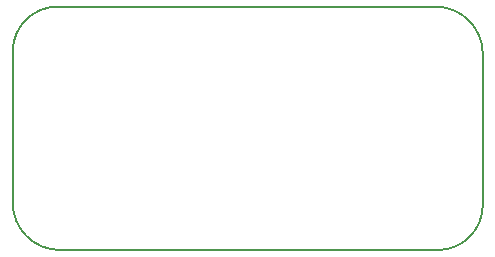
<source format=gko>
%TF.GenerationSoftware,KiCad,Pcbnew,4.0.5-e0-6337~49~ubuntu16.04.1*%
%TF.CreationDate,2017-02-14T03:42:44-08:00*%
%TF.ProjectId,USB-Breakout-with-Reset,5553422D427265616B6F75742D776974,rev?*%
%TF.FileFunction,Profile,NP*%
%FSLAX46Y46*%
G04 Gerber Fmt 4.6, Leading zero omitted, Abs format (unit mm)*
G04 Created by KiCad (PCBNEW 4.0.5-e0-6337~49~ubuntu16.04.1) date Tue Feb 14 03:42:44 2017*
%MOMM*%
%LPD*%
G01*
G04 APERTURE LIST*
%ADD10C,0.350000*%
%ADD11C,0.152400*%
G04 APERTURE END LIST*
D10*
D11*
X64323800Y-48455800D02*
X64323800Y-35655800D01*
X24523800Y-35455800D02*
X24523800Y-48255800D01*
X24523800Y-48255800D02*
G75*
G03X28523800Y-52255800I4000000J0D01*
G01*
X28523800Y-52255800D02*
X60523800Y-52255800D01*
X60523800Y-52255800D02*
G75*
G03X64323800Y-48455800I0J3800000D01*
G01*
X28323800Y-31655800D02*
G75*
G03X24523800Y-35455800I0J-3800000D01*
G01*
X60323800Y-31655800D02*
X28323800Y-31655800D01*
X64323800Y-35655800D02*
G75*
G03X60323800Y-31655800I-4000000J0D01*
G01*
M02*

</source>
